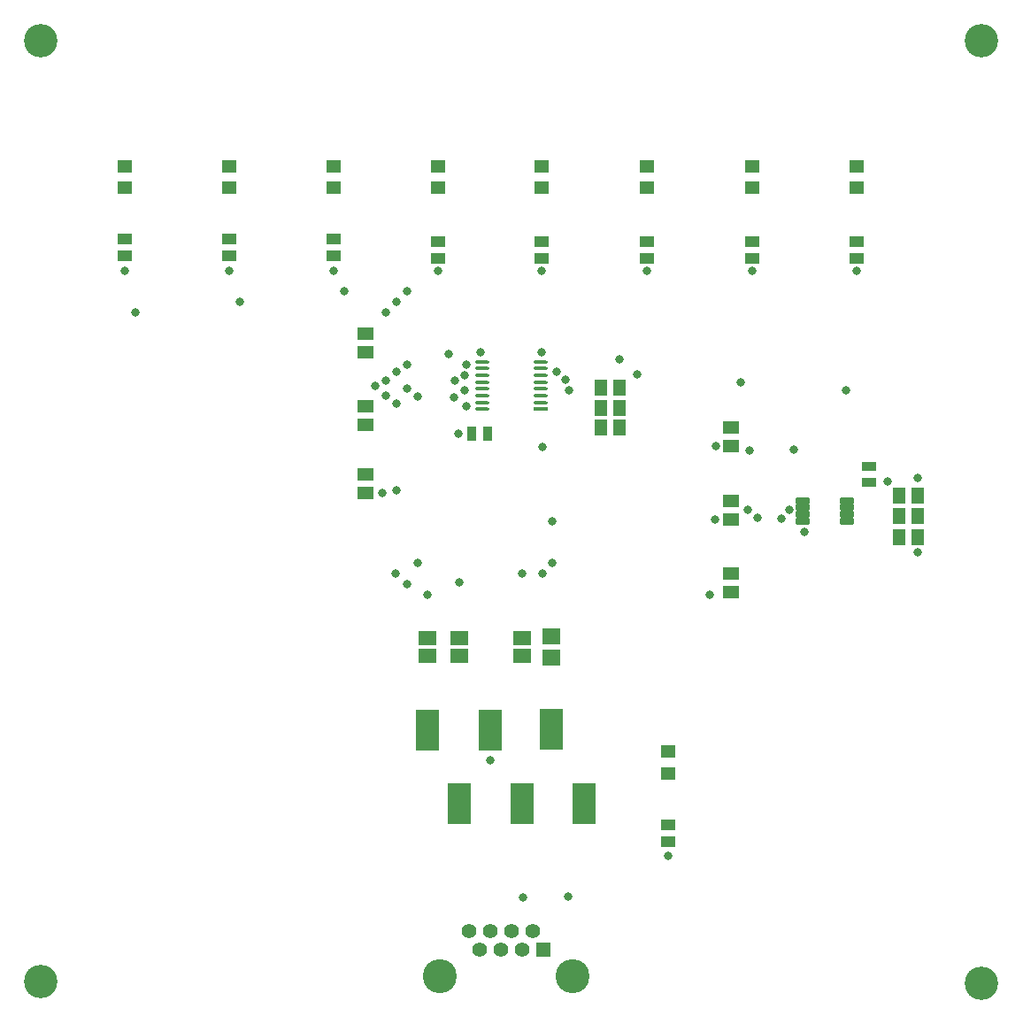
<source format=gts>
G04*
G04 #@! TF.GenerationSoftware,Altium Limited,Altium Designer,23.7.1 (13)*
G04*
G04 Layer_Color=8388736*
%FSLAX44Y44*%
%MOMM*%
G71*
G04*
G04 #@! TF.SameCoordinates,778E7F24-0D39-4E9A-B56D-B03573EA8545*
G04*
G04*
G04 #@! TF.FilePolarity,Negative*
G04*
G01*
G75*
G04:AMPARAMS|DCode=16|XSize=1.3554mm|YSize=0.3408mm|CornerRadius=0.1704mm|HoleSize=0mm|Usage=FLASHONLY|Rotation=180.000|XOffset=0mm|YOffset=0mm|HoleType=Round|Shape=RoundedRectangle|*
%AMROUNDEDRECTD16*
21,1,1.3554,0.0000,0,0,180.0*
21,1,1.0147,0.3408,0,0,180.0*
1,1,0.3408,-0.5073,0.0000*
1,1,0.3408,0.5073,0.0000*
1,1,0.3408,0.5073,0.0000*
1,1,0.3408,-0.5073,0.0000*
%
%ADD16ROUNDEDRECTD16*%
%ADD17R,1.3554X0.3408*%
%ADD22R,0.9500X1.3500*%
%ADD27R,1.3500X0.9500*%
%ADD28R,1.2032X1.5532*%
%ADD29R,1.7032X1.6032*%
%ADD30R,1.6532X1.3532*%
%ADD31R,2.2332X4.0032*%
%ADD32R,1.5532X1.2032*%
%ADD33R,1.4032X1.3032*%
%ADD34R,1.4532X1.0032*%
G04:AMPARAMS|DCode=35|XSize=0.6532mm|YSize=1.3532mm|CornerRadius=0.1511mm|HoleSize=0mm|Usage=FLASHONLY|Rotation=90.000|XOffset=0mm|YOffset=0mm|HoleType=Round|Shape=RoundedRectangle|*
%AMROUNDEDRECTD35*
21,1,0.6532,1.0510,0,0,90.0*
21,1,0.3510,1.3532,0,0,90.0*
1,1,0.3022,0.5255,0.1755*
1,1,0.3022,0.5255,-0.1755*
1,1,0.3022,-0.5255,-0.1755*
1,1,0.3022,-0.5255,0.1755*
%
%ADD35ROUNDEDRECTD35*%
%ADD36C,3.2500*%
%ADD37R,1.3900X1.3900*%
%ADD38C,1.3900*%
%ADD39C,3.2032*%
%ADD40C,0.8032*%
D16*
X472246Y597250D02*
D03*
Y603750D02*
D03*
Y610250D02*
D03*
Y616750D02*
D03*
Y623250D02*
D03*
Y629750D02*
D03*
Y636250D02*
D03*
Y642750D02*
D03*
X527754D02*
D03*
Y636250D02*
D03*
Y629750D02*
D03*
Y623250D02*
D03*
Y616750D02*
D03*
Y610250D02*
D03*
Y603750D02*
D03*
D17*
Y597250D02*
D03*
D22*
X462168Y574239D02*
D03*
X477168D02*
D03*
D27*
X842283Y542500D02*
D03*
Y527500D02*
D03*
D28*
X585482Y579613D02*
D03*
X603482D02*
D03*
Y618162D02*
D03*
X585482D02*
D03*
X603482Y598369D02*
D03*
X585482D02*
D03*
X871000Y495060D02*
D03*
X889000D02*
D03*
Y475000D02*
D03*
X871000D02*
D03*
X889000Y515004D02*
D03*
X871000D02*
D03*
D29*
X537804Y380000D02*
D03*
Y360000D02*
D03*
D30*
X510600Y378750D02*
D03*
Y361250D02*
D03*
X450000Y378750D02*
D03*
Y361250D02*
D03*
X420000Y378750D02*
D03*
Y361250D02*
D03*
D31*
X569894Y220000D02*
D03*
X510600D02*
D03*
X538214Y291000D02*
D03*
X479520Y290000D02*
D03*
X450000Y220000D02*
D03*
X420000Y290000D02*
D03*
D32*
X710000Y562000D02*
D03*
Y580000D02*
D03*
X360000Y670000D02*
D03*
Y652000D02*
D03*
Y600369D02*
D03*
Y582369D02*
D03*
Y535000D02*
D03*
Y517000D02*
D03*
X710000Y440000D02*
D03*
Y422000D02*
D03*
Y510000D02*
D03*
Y492000D02*
D03*
D33*
X830000Y809000D02*
D03*
Y830000D02*
D03*
X730000Y809000D02*
D03*
Y830000D02*
D03*
X630000Y809000D02*
D03*
Y830000D02*
D03*
X529000Y809000D02*
D03*
Y830000D02*
D03*
X430000Y809000D02*
D03*
Y830000D02*
D03*
X330000Y809000D02*
D03*
Y830000D02*
D03*
X230000Y809000D02*
D03*
Y830000D02*
D03*
X130000Y809000D02*
D03*
Y830000D02*
D03*
X650000Y249000D02*
D03*
Y270000D02*
D03*
D34*
X830000Y758000D02*
D03*
Y742000D02*
D03*
X730000Y758000D02*
D03*
Y742000D02*
D03*
X630000Y758000D02*
D03*
Y742000D02*
D03*
X529000Y758000D02*
D03*
Y742000D02*
D03*
X430000Y758000D02*
D03*
Y742000D02*
D03*
X330000Y760000D02*
D03*
Y744000D02*
D03*
X230000Y760000D02*
D03*
Y744000D02*
D03*
X130000Y760000D02*
D03*
Y744000D02*
D03*
X650000Y200000D02*
D03*
Y184000D02*
D03*
D35*
X778750Y509750D02*
D03*
Y503250D02*
D03*
Y496750D02*
D03*
Y490250D02*
D03*
X821250Y509750D02*
D03*
Y503250D02*
D03*
Y496750D02*
D03*
Y490250D02*
D03*
D36*
X431260Y54600D02*
D03*
X558260D02*
D03*
D37*
X530320Y80000D02*
D03*
D38*
X520160Y97780D02*
D03*
X510000Y80000D02*
D03*
X499840Y97780D02*
D03*
X489680Y80000D02*
D03*
X479520Y97780D02*
D03*
X469360Y80000D02*
D03*
X459200Y97780D02*
D03*
D39*
X950000Y48575D02*
D03*
X50000Y50000D02*
D03*
X950000Y950000D02*
D03*
X50000D02*
D03*
D40*
X889000Y531746D02*
D03*
X888910Y460379D02*
D03*
X603482Y645000D02*
D03*
X859600Y528019D02*
D03*
X554615Y130995D02*
D03*
X511178Y130000D02*
D03*
X479520Y261500D02*
D03*
X376562Y517000D02*
D03*
X780000Y480000D02*
D03*
X727810Y558144D02*
D03*
X765761Y501298D02*
D03*
X758494Y492739D02*
D03*
X735373Y493733D02*
D03*
X726403Y501298D02*
D03*
X770000Y558418D02*
D03*
X449668Y574239D02*
D03*
X695994Y562000D02*
D03*
X529726Y561250D02*
D03*
X530000Y440000D02*
D03*
X695000Y492000D02*
D03*
X539037Y490250D02*
D03*
X650000Y170000D02*
D03*
X410000Y609887D02*
D03*
Y450000D02*
D03*
X539037D02*
D03*
X389190Y440000D02*
D03*
X510000D02*
D03*
X551301Y625995D02*
D03*
X555347Y615732D02*
D03*
X543276Y633017D02*
D03*
X529000Y652000D02*
D03*
X470000D02*
D03*
X455000Y629859D02*
D03*
X456805Y640000D02*
D03*
X455000Y615732D02*
D03*
X445000Y608893D02*
D03*
X445761Y625000D02*
D03*
X400000Y617168D02*
D03*
Y430000D02*
D03*
X450000Y432000D02*
D03*
X690000Y420000D02*
D03*
X420000D02*
D03*
X820296Y615628D02*
D03*
X719750Y623250D02*
D03*
X620000Y630995D02*
D03*
X440000Y650000D02*
D03*
X400000Y640000D02*
D03*
Y710000D02*
D03*
X340000D02*
D03*
X390185Y633017D02*
D03*
X390000Y700000D02*
D03*
X240000D02*
D03*
X380000Y625000D02*
D03*
Y690000D02*
D03*
X140000D02*
D03*
X457168Y600000D02*
D03*
X390000Y602369D02*
D03*
Y520000D02*
D03*
X370000Y620000D02*
D03*
X380000Y610000D02*
D03*
X830020Y730000D02*
D03*
X730000D02*
D03*
X630000D02*
D03*
X529000Y730000D02*
D03*
X430000D02*
D03*
X330000D02*
D03*
X230000D02*
D03*
X130000D02*
D03*
M02*

</source>
